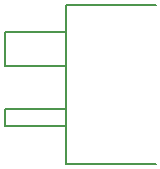
<source format=gbo>
G75*
%MOIN*%
%OFA0B0*%
%FSLAX24Y24*%
%IPPOS*%
%LPD*%
%AMOC8*
5,1,8,0,0,1.08239X$1,22.5*
%
%ADD10C,0.0050*%
D10*
X017621Y010860D02*
X019668Y010860D01*
X019668Y011450D01*
X017621Y011450D01*
X017621Y010860D01*
X019668Y010860D02*
X019668Y009600D01*
X022668Y009600D01*
X019668Y011450D02*
X019668Y012868D01*
X017621Y012868D01*
X017621Y014009D01*
X019668Y014009D01*
X019668Y014915D01*
X022668Y014915D01*
X019668Y014009D02*
X019668Y012868D01*
M02*

</source>
